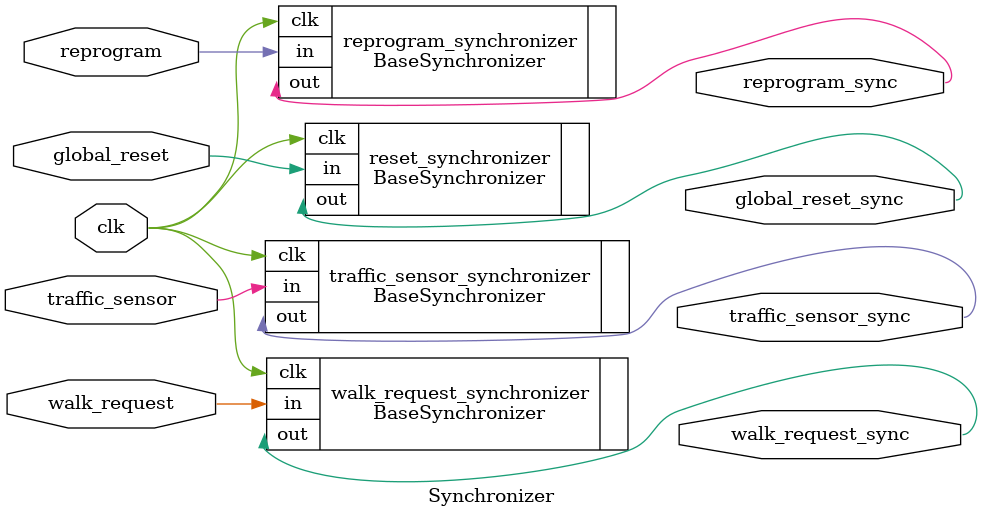
<source format=v>
`timescale 1ns / 1ps
module Synchronizer(clk, global_reset, traffic_sensor, walk_request, reprogram, global_reset_sync, traffic_sensor_sync, walk_request_sync, reprogram_sync);
	input clk, global_reset, traffic_sensor, walk_request, reprogram;
	output global_reset_sync, traffic_sensor_sync, walk_request_sync, reprogram_sync;
	
	BaseSynchronizer reset_synchronizer(.clk(clk), .in(global_reset), .out(global_reset_sync));
	BaseSynchronizer traffic_sensor_synchronizer(.clk(clk), .in(traffic_sensor), .out(traffic_sensor_sync));
	BaseSynchronizer walk_request_synchronizer(.clk(clk), .in(walk_request), .out(walk_request_sync));
	BaseSynchronizer reprogram_synchronizer(.clk(clk), .in(reprogram), .out(reprogram_sync));
	
endmodule

</source>
